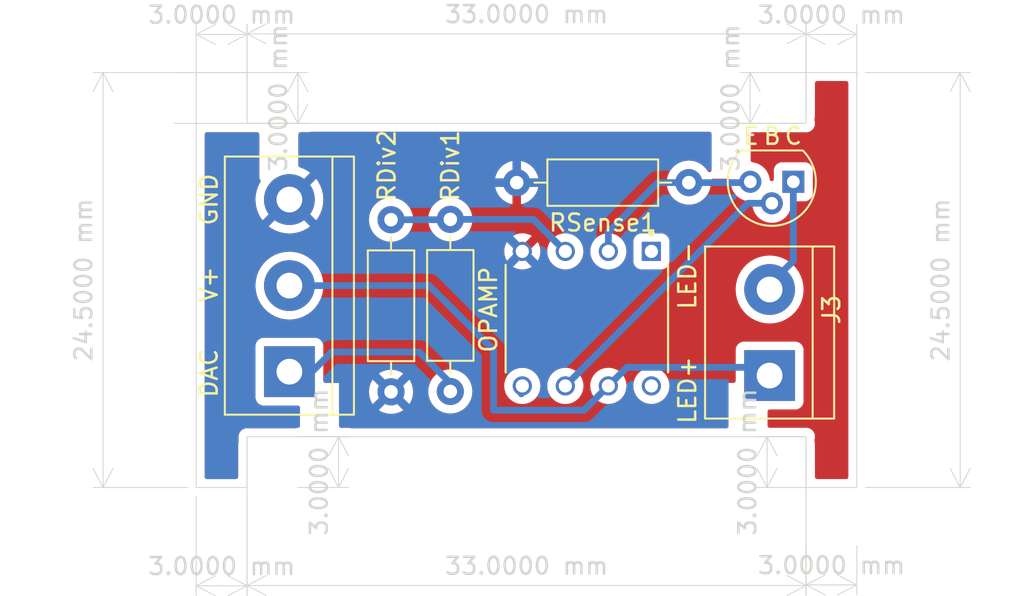
<source format=kicad_pcb>
(kicad_pcb (version 20240108) (generator "pcbnew") (generator_version "8.0")
  (layers (0 "F.Cu" signal) (31 "B.Cu" signal) (34 "B.Paste" user) (35 "F.Paste" user) (36 "B.SilkS" user "B.Silkscreen") (37 "F.SilkS" user "F.Silkscreen") (38 "B.Mask" user) (39 "F.Mask" user) (44 "Edge.Cuts" user))
  (net 0 "")
  (net 1 "LED-")
  (net 2 "LED+")
  (net 3 "Net-(Q1-E)")
  (net 4 "Net-(Q1-B)")
  (net 5 "GND")
  (net 6 "Net-(J2-Pin_1)")
  (net 7 "Net-(U3-IN_+)")
  (net 8 "unconnected-(U3-OFFSET_N2-Pad5)")
  (footprint "TerminalBlock:TerminalBlock_bornier-2_P5.08mm" (layer "F.Cu") (at 98.35 67.89 90)
    (property "Reference" "J3" (at 3.89 3.65 90) (layer "F.SilkS"))
    (property "Value" "Screw_Terminal_01x02")
    (fp_line (start 7.62 -3.81) (end -2.54 -3.81) (stroke (width 0.12)) (layer "F.SilkS"))
    (fp_line (start -2.54 -3.81) (end -2.54 3.81) (stroke (width 0.12)) (layer "F.SilkS"))
    (fp_line (start 7.62 2.54) (end -2.54 2.54) (stroke (width 0.12)) (layer "F.SilkS"))
    (fp_line (start 7.62 3.81) (end 7.62 -3.81) (stroke (width 0.12)) (layer "F.SilkS"))
    (fp_line (start -2.54 3.81) (end 7.62 3.81) (stroke (width 0.12)) (layer "F.SilkS"))
    (pad "1" thru_hole rect (at 0 0 90) (size 3 3) (drill 1.52) (layers "*.Cu" "*.Mask") (net 2 "LED+"))
    (pad "2" thru_hole circle (at 5.08 0 90) (size 3 3) (drill 1.52) (layers "*.Cu" "*.Mask") (net 1 "LED-"))
  )
  (footprint "Library:DIP794W45P254L959H508Q8" (layer "F.Cu") (at 87.56 64.53 -90)
    (property "Reference" "OPAMP" (at -0.53 5.81 90) (layer "F.SilkS"))
    (property "Value" "TL081CP")
    (fp_line (start -3.175 4.795) (end 3.175 4.795) (stroke (width 0.127)) (layer "F.SilkS"))
    (fp_line (start -3.175 -4.795) (end 3.175 -4.795) (stroke (width 0.127)) (layer "F.SilkS"))
    (fp_circle (center -5.035 -3.81) (end -4.935 -3.81) (stroke (width 0.2)) (fill none) (layer "F.SilkS"))
    (pad "1" thru_hole rect (at -3.97 -3.81 270) (size 1.13 1.13) (drill 0.78) (layers "*.Cu" "*.Mask"))
    (pad "2" thru_hole circle (at -3.97 -1.27 270) (size 1.13 1.13) (drill 0.78) (layers "*.Cu" "*.Mask") (net 3 "Net-(Q1-E)"))
    (pad "3" thru_hole circle (at -3.97 1.27 270) (size 1.13 1.13) (drill 0.78) (layers "*.Cu" "*.Mask") (net 7 "Net-(U3-IN_+)"))
    (pad "4" thru_hole circle (at -3.97 3.81 270) (size 1.13 1.13) (drill 0.78) (layers "*.Cu" "*.Mask") (net 5 "GND"))
    (pad "5" thru_hole circle (at 3.97 3.81 270) (size 1.13 1.13) (drill 0.78) (layers "*.Cu" "*.Mask") (net 8 "unconnected-(U3-OFFSET_N2-Pad5)"))
    (pad "6" thru_hole circle (at 3.97 1.27 270) (size 1.13 1.13) (drill 0.78) (layers "*.Cu" "*.Mask") (net 4 "Net-(Q1-B)"))
    (pad "7" thru_hole circle (at 3.97 -1.27 270) (size 1.13 1.13) (drill 0.78) (layers "*.Cu" "*.Mask") (net 2 "LED+"))
    (pad "8" thru_hole circle (at 3.97 -3.81 270) (size 1.13 1.13) (drill 0.78) (layers "*.Cu" "*.Mask"))
  )
  (footprint "Resistor_THT:R_Axial_DIN0207_L6.3mm_D2.5mm_P10.16mm_Horizontal" (layer "F.Cu") (at 93.58 56.5 180)
    (property "Reference" "RSense1" (at 5.08 -2.37 180) (layer "F.SilkS"))
    (property "Value" "R")
    (fp_line (start 9.12 0) (end 8.35 0) (stroke (width 0.12)) (layer "F.SilkS"))
    (fp_line (start 8.35 1.37) (end 8.35 -1.37) (stroke (width 0.12)) (layer "F.SilkS"))
    (fp_line (start 8.35 -1.37) (end 1.81 -1.37) (stroke (width 0.12)) (layer "F.SilkS"))
    (fp_line (start 1.81 1.37) (end 8.35 1.37) (stroke (width 0.12)) (layer "F.SilkS"))
    (fp_line (start 1.81 -1.37) (end 1.81 1.37) (stroke (width 0.12)) (layer "F.SilkS"))
    (fp_line (start 1.04 0) (end 1.81 0) (stroke (width 0.12)) (layer "F.SilkS"))
    (pad "1" thru_hole circle (at 0 0 180) (size 1.6 1.6) (drill 0.8) (layers "*.Cu" "*.Mask") (net 3 "Net-(Q1-E)"))
    (pad "2" thru_hole oval (at 10.16 0 180) (size 1.6 1.6) (drill 0.8) (layers "*.Cu" "*.Mask") (net 5 "GND"))
  )
  (footprint "Resistor_THT:R_Axial_DIN0207_L6.3mm_D2.5mm_P10.16mm_Horizontal" (layer "F.Cu") (at 76 68.85 90)
    (property "Reference" "RDiv2" (at 13.35 -0.25 90) (layer "F.SilkS"))
    (property "Value" "R")
    (fp_line (start 8.35 -1.37) (end 1.81 -1.37) (stroke (width 0.12)) (layer "F.SilkS"))
    (fp_line (start 1.81 -1.37) (end 1.81 1.37) (stroke (width 0.12)) (layer "F.SilkS"))
    (fp_line (start 9.12 0) (end 8.35 0) (stroke (width 0.12)) (layer "F.SilkS"))
    (fp_line (start 1.04 0) (end 1.81 0) (stroke (width 0.12)) (layer "F.SilkS"))
    (fp_line (start 8.35 1.37) (end 8.35 -1.37) (stroke (width 0.12)) (layer "F.SilkS"))
    (fp_line (start 1.81 1.37) (end 8.35 1.37) (stroke (width 0.12)) (layer "F.SilkS"))
    (pad "1" thru_hole circle (at 0 0 90) (size 1.6 1.6) (drill 0.8) (layers "*.Cu" "*.Mask") (net 5 "GND"))
    (pad "2" thru_hole oval (at 10.16 0 90) (size 1.6 1.6) (drill 0.8) (layers "*.Cu" "*.Mask") (net 7 "Net-(U3-IN_+)"))
  )
  (footprint "TerminalBlock:TerminalBlock_bornier-3_P5.08mm" (layer "F.Cu") (at 70 67.66 90)
    (property "Reference" "J2" (hide yes))
    (property "Value" "Screw_Terminal_01x03")
    (fp_line (start -2.54 -3.81) (end 12.7 -3.81) (stroke (width 0.12)) (layer "F.SilkS"))
    (fp_line (start -2.54 2.54) (end 12.7 2.54) (stroke (width 0.12)) (layer "F.SilkS"))
    (fp_line (start 12.7 3.81) (end 12.7 -3.81) (stroke (width 0.12)) (layer "F.SilkS"))
    (fp_line (start -2.54 3.81) (end -2.54 -3.81) (stroke (width 0.12)) (layer "F.SilkS"))
    (fp_line (start -2.54 3.81) (end 12.7 3.81) (stroke (width 0.12)) (layer "F.SilkS"))
    (pad "1" thru_hole rect (at 0 0 90) (size 3 3) (drill 1.52) (layers "*.Cu" "*.Mask") (net 6 "Net-(J2-Pin_1)"))
    (pad "2" thru_hole circle (at 5.08 0 90) (size 3 3) (drill 1.52) (layers "*.Cu" "*.Mask") (net 2 "LED+"))
    (pad "3" thru_hole circle (at 10.16 0 90) (size 3 3) (drill 1.52) (layers "*.Cu" "*.Mask") (net 5 "GND"))
  )
  (footprint "Resistor_THT:R_Axial_DIN0207_L6.3mm_D2.5mm_P10.16mm_Horizontal" (layer "F.Cu") (at 79.5 68.83 90)
    (property "Reference" "RDiv1" (at 13.33 0 -90) (layer "F.SilkS"))
    (property "Value" "R")
    (fp_line (start 8.35 -1.37) (end 1.81 -1.37) (stroke (width 0.12)) (layer "F.SilkS"))
    (fp_line (start 1.81 -1.37) (end 1.81 1.37) (stroke (width 0.12)) (layer "F.SilkS"))
    (fp_line (start 9.12 0) (end 8.35 0) (stroke (width 0.12)) (layer "F.SilkS"))
    (fp_line (start 1.04 0) (end 1.81 0) (stroke (width 0.12)) (layer "F.SilkS"))
    (fp_line (start 8.35 1.37) (end 8.35 -1.37) (stroke (width 0.12)) (layer "F.SilkS"))
    (fp_line (start 1.81 1.37) (end 8.35 1.37) (stroke (width 0.12)) (layer "F.SilkS"))
    (pad "1" thru_hole circle (at 0 0 90) (size 1.6 1.6) (drill 0.8) (layers "*.Cu" "*.Mask") (net 6 "Net-(J2-Pin_1)"))
    (pad "2" thru_hole oval (at 10.16 0 90) (size 1.6 1.6) (drill 0.8) (layers "*.Cu" "*.Mask") (net 7 "Net-(U3-IN_+)"))
  )
  (footprint "Package_TO_SOT_THT:TO-92" (layer "F.Cu") (at 99.75 56.45 180)
    (property "Reference" "Q1" (hide yes))
    (property "Value" "NPN")
    (fp_line (start -0.53 1.85) (end 3.07 1.85) (stroke (width 0.12)) (layer "F.SilkS"))
    (fp_arc (start 1.27 -2.6) (mid 3.672087 -0.994977) (end 3.108478 1.838478) (stroke (width 0.12)) (layer "F.SilkS"))
    (fp_arc (start -0.568478 1.838478) (mid -1.132087 -0.994977) (end 1.27 -2.6) (stroke (width 0.12)) (layer "F.SilkS"))
    (pad "1" thru_hole rect (at 0 0 180) (size 1.3 1.3) (drill 0.75) (layers "*.Cu" "*.Mask") (net 1 "LED-"))
    (pad "2" thru_hole circle (at 1.27 -1.27 180) (size 1.3 1.3) (drill 0.75) (layers "*.Cu" "*.Mask") (net 4 "Net-(Q1-B)"))
    (pad "3" thru_hole circle (at 2.54 0 180) (size 1.3 1.3) (drill 0.75) (layers "*.Cu" "*.Mask") (net 3 "Net-(Q1-E)"))
  )
  (gr_poly (pts (xy 64.5 74.5) (xy 64.5 50) (xy 67.5 50) (xy 67.5 53) (xy 100.5 53) (xy 100.5 50) (xy 103.5 50) (xy 103.5 74.5) (xy 100.5 74.5) (xy 100.5 71.5) (xy 67.5 71.5) (xy 67.5 74.5)) (stroke (width 0.05)) (fill none) (layer "Edge.Cuts"))
  (gr_text "LED+\n" (at 93.5 68.75 90) (layer "F.SilkS") (effects (font (size 1 1))))
  (gr_text "E" (at 97.25 53.75 0) (layer "F.SilkS") (effects (font (size 1 1))))
  (gr_text "LED-" (at 93.5 62 90) (layer "F.SilkS") (effects (font (size 1 1))))
  (gr_text "C" (at 99.75 53.75 0) (layer "F.SilkS") (effects (font (size 1 1))))
  (gr_text "DAC" (at 65.25 67.75 90) (layer "F.SilkS") (effects (font (size 1 1))))
  (gr_text "V+" (at 65.25 62.5 90) (layer "F.SilkS") (effects (font (size 1 1))))
  (gr_text "B" (at 98.5 53.75 0) (layer "F.SilkS") (effects (font (size 1 1))))
  (gr_text "GND" (at 65.25 57.5 90) (layer "F.SilkS") (effects (font (size 1 1))))
  (dimension (type aligned) (layer "Edge.Cuts") (pts (xy 67.5 71.5) (xy 100.5 71.5)) (height 8.783155) (gr_text "33,0000 mm" (at 84 79.133155 0) (layer "Edge.Cuts") (effects (font (size 1 1) (thickness 0.15)))) (format (prefix "") (suffix "") (units 3) (units_format 1) (precision 4)) (style (thickness 0.05) (arrow_length 1.27) (text_position_mode 0) (extension_height 0.58642) (extension_offset 0.5) keep_text_aligned))
  (dimension (type aligned) (layer "Edge.Cuts") (pts (xy 100.5 50.75) (xy 103.5 50.75)) (height -3) (gr_text "3,0000 mm" (at 102 46.6 0) (layer "Edge.Cuts") (effects (font (size 1 1) (thickness 0.15)))) (format (prefix "") (suffix "") (units 3) (units_format 1) (precision 4)) (style (thickness 0.05) (arrow_length 1.27) (text_position_mode 0) (extension_height 0.58642) (extension_offset 0.5) keep_text_aligned))
  (dimension (type aligned) (layer "Edge.Cuts") (pts (xy 101 71.5) (xy 101 74.5)) (height 2.8) (gr_text "3,0000 mm" (at 97.05 73 90) (layer "Edge.Cuts") (effects (font (size 1 1) (thickness 0.15)))) (format (prefix "") (suffix "") (units 3) (units_format 1) (precision 4)) (style (thickness 0.05) (arrow_length 1.27) (text_position_mode 0) (extension_height 0.58642) (extension_offset 0.5) keep_text_aligned))
  (dimension (type aligned) (layer "Edge.Cuts") (pts (xy 70 71.5) (xy 70 74.5)) (height -2.9) (gr_text "3,0000 mm" (at 71.75 73 90) (layer "Edge.Cuts") (effects (font (size 1 1) (thickness 0.15)))) (format (prefix "") (suffix "") (units 3) (units_format 1) (precision 4)) (style (thickness 0.05) (arrow_length 1.27) (text_position_mode 0) (extension_height 0.58642) (extension_offset 0.5) keep_text_aligned))
  (dimension (type aligned) (layer "Edge.Cuts") (pts (xy 101 50) (xy 101 53)) (height 3.8) (gr_text "3,0000 mm" (at 96.05 51.5 90) (layer "Edge.Cuts") (effects (font (size 1 1) (thickness 0.15)))) (format (prefix "") (suffix "") (units 3) (units_format 1) (precision 4)) (style (thickness 0.05) (arrow_length 1.27) (text_position_mode 0) (extension_height 0.58642) (extension_offset 0.5) keep_text_aligned))
  (dimension (type aligned) (layer "Edge.Cuts") (pts (xy 100.5 77.45) (xy 103.5 77.45)) (height 2.8) (gr_text "3,0000 mm" (at 102 79.1 0) (layer "Edge.Cuts") (effects (font (size 1 1) (thickness 0.15)))) (format (prefix "") (suffix "") (units 3) (units_format 1) (precision 4)) (style (thickness 0.05) (arrow_length 1.27) (text_position_mode 0) (extension_height 0.58642) (extension_offset 0.5) keep_text_aligned))
  (dimension (type aligned) (layer "Edge.Cuts") (pts (xy 67.5 53) (xy 100.5 53)) (height -5.283145) (gr_text "33,0000 mm" (at 84 46.566855 0) (layer "Edge.Cuts") (effects (font (size 1 1) (thickness 0.15)))) (format (prefix "") (suffix "") (units 3) (units_format 1) (precision 4)) (style (thickness 0.05) (arrow_length 1.27) (text_position_mode 0) (extension_height 0.58642) (extension_offset 0.5) keep_text_aligned))
  (dimension (type aligned) (layer "Edge.Cuts") (pts (xy 64.5 74.5) (xy 67.5 74.5)) (height 5.8) (gr_text "3,0000 mm" (at 66 79.15 0) (layer "Edge.Cuts") (effects (font (size 1 1) (thickness 0.15)))) (format (prefix "") (suffix "") (units 3) (units_format 1) (precision 4)) (style (thickness 0.05) (arrow_length 1.27) (text_position_mode 0) (extension_height 0.58642) (extension_offset 0.5) keep_text_aligned))
  (dimension (type aligned) (layer "Edge.Cuts") (pts (xy 64.5 50.65) (xy 67.5 50.65)) (height -2.9) (gr_text "3,0000 mm" (at 66 46.6 0) (layer "Edge.Cuts") (effects (font (size 1 1) (thickness 0.15)))) (format (prefix "") (suffix "") (units 3) (units_format 1) (precision 4)) (style (thickness 0.05) (arrow_length 1.27) (text_position_mode 0) (extension_height 0.58642) (extension_offset 0.5) keep_text_aligned))
  (dimension (type aligned) (layer "Edge.Cuts") (pts (xy 64.5 50) (xy 64.5 74.5)) (height 5.5) (gr_text "24,5000 mm" (at 57.85 62.25 90) (layer "Edge.Cuts") (effects (font (size 1 1) (thickness 0.15)))) (format (prefix "") (suffix "") (units 3) (units_format 1) (precision 4)) (style (thickness 0.05) (arrow_length 1.27) (text_position_mode 0) (extension_height 0.58642) (extension_offset 0.5) keep_text_aligned))
  (dimension (type aligned) (layer "Edge.Cuts") (pts (xy 62.7 50) (xy 62.7 53)) (height -7.8) (gr_text "3,0000 mm" (at 69.35 51.5 90) (layer "Edge.Cuts") (effects (font (size 1 1) (thickness 0.15)))) (format (prefix "") (suffix "") (units 3) (units_format 1) (precision 4)) (style (thickness 0.05) (arrow_length 1.27) (text_position_mode 0) (extension_height 0.58642) (extension_offset 0.5) keep_text_aligned))
  (dimension (type aligned) (layer "Edge.Cuts") (pts (xy 103.5 50) (xy 103.5 74.5)) (height -6.1) (gr_text "24,5000 mm" (at 108.45 62.25 90) (layer "Edge.Cuts") (effects (font (size 1 1) (thickness 0.15)))) (format (prefix "") (suffix "") (units 3) (units_format 1) (precision 4)) (style (thickness 0.05) (arrow_length 1.27) (text_position_mode 0) (extension_height 0.58642) (extension_offset 0.5) keep_text_aligned))
  (segment (start 99.75 61.12) (end 98.545 62.325) (width 0.4) (layer "B.Cu") (net 1))
  (segment (start 99.75 56.45) (end 99.75 61.12) (width 0.4) (layer "B.Cu") (net 1))
  (segment (start 70 62.58) (end 78.25 62.58) (width 0.4) (layer "B.Cu") (net 2))
  (segment (start 79.585 63.915) (end 80.135 64.465) (width 0.4) (layer "B.Cu") (net 2))
  (segment (start 89.925 67.405) (end 88.83 68.5) (width 0.4) (layer "B.Cu") (net 2))
  (segment (start 82.052057 66.382057) (end 82.052057 69.935) (width 0.4) (layer "B.Cu") (net 2))
  (segment (start 78.25 62.58) (end 79.585 63.915) (width 0.4) (layer "B.Cu") (net 2))
  (segment (start 88.83 68.5) (end 87.395 69.935) (width 0.4) (layer "B.Cu") (net 2))
  (segment (start 79.71 64.04) (end 79.75 64) (width 0.2) (layer "B.Cu") (net 2))
  (segment (start 80.135 64.465) (end 82.052057 66.382057) (width 0.4) (layer "B.Cu") (net 2))
  (segment (start 97.865 67.405) (end 98.35 67.89) (width 0.4) (layer "B.Cu") (net 2))
  (segment (start 89.925 67.405) (end 97.865 67.405) (width 0.4) (layer "B.Cu") (net 2))
  (segment (start 79.71 64.04) (end 80.135 64.465) (width 0.4) (layer "B.Cu") (net 2))
  (segment (start 79.27 63.6) (end 79.585 63.915) (width 0.4) (layer "B.Cu") (net 2))
  (segment (start 87.395 69.935) (end 82.052057 69.935) (width 0.4) (layer "B.Cu") (net 2))
  (segment (start 93.83 56.75) (end 93.58 56.5) (width 0.4) (layer "B.Cu") (net 3))
  (segment (start 93.58 56.5) (end 91.75 56.5) (width 0.4) (layer "B.Cu") (net 3))
  (segment (start 88.83 59.42) (end 88.83 60.56) (width 0.4) (layer "B.Cu") (net 3))
  (segment (start 93.58 56.5) (end 97.16 56.5) (width 0.4) (layer "B.Cu") (net 3))
  (segment (start 97.16 56.5) (end 97.21 56.45) (width 0.4) (layer "B.Cu") (net 3))
  (segment (start 91.75 56.5) (end 88.83 59.42) (width 0.4) (layer "B.Cu") (net 3))
  (segment (start 97.07 57.72) (end 86.29 68.5) (width 0.4) (layer "B.Cu") (net 4))
  (segment (start 98.48 57.72) (end 97.07 57.72) (width 0.4) (layer "B.Cu") (net 4))
  (segment (start 72.5 66.5) (end 77.67 66.5) (width 0.4) (layer "B.Cu") (net 6))
  (segment (start 77.75 66.58) (end 80 68.83) (width 0.4) (layer "B.Cu") (net 6))
  (segment (start 71.34 67.66) (end 72.5 66.5) (width 0.4) (layer "B.Cu") (net 6))
  (segment (start 70 67.66) (end 71.34 67.66) (width 0.2) (layer "B.Cu") (net 6))
  (segment (start 77.67 66.5) (end 77.75 66.58) (width 0.2) (layer "B.Cu") (net 6))
  (segment (start 79.98 58.69) (end 80 58.67) (width 0.2) (layer "B.Cu") (net 7))
  (segment (start 76.25 58.69) (end 79.98 58.69) (width 0.4) (layer "B.Cu") (net 7))
  (segment (start 80 58.67) (end 84.4 58.67) (width 0.4) (layer "B.Cu") (net 7))
  (segment (start 84.4 58.67) (end 86.29 60.56) (width 0.4) (layer "B.Cu") (net 7))
  (segment (start 83.69 68.97) (end 83.75 68.91) (width 0.4) (layer "B.Cu") (net 8))
  (zone (net 5) (net_name "GND") (layers "F&B.Cu") (connect_pads (clearance 0.5)) (min_thickness 0.25) (fill yes (thermal_gap 0.5) (thermal_bridge_width 0.5))
    (polygon (pts (xy 64.5 50) (xy 67.5 50) (xy 67.5 53) (xy 100.5 53) (xy 100.5 50) (xy 103.5 50) (xy 103.5 74.5) (xy 100.5 74.5) (xy 100.5 71.5) (xy 67.5 71.5) (xy 67.5 74.5) (xy 64.5 74.5)))
  )
)
</source>
